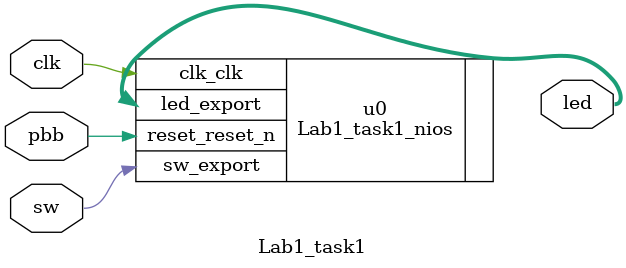
<source format=sv>
module Lab1_task1 (
    input bit clk, // Clock
    input bit sw,  // data in
    input bit pbb, // Asynchronus reset active low
    output bit [7:0] led
);
	Lab1_task1_nios u0 (
		.clk_clk       (clk), //   clk.clk
		.reset_reset_n (pbb), // reset.reset_n
		.led_export    (led), //   led.export
		.sw_export     (sw)   //    sw.export
	);

endmodule

</source>
